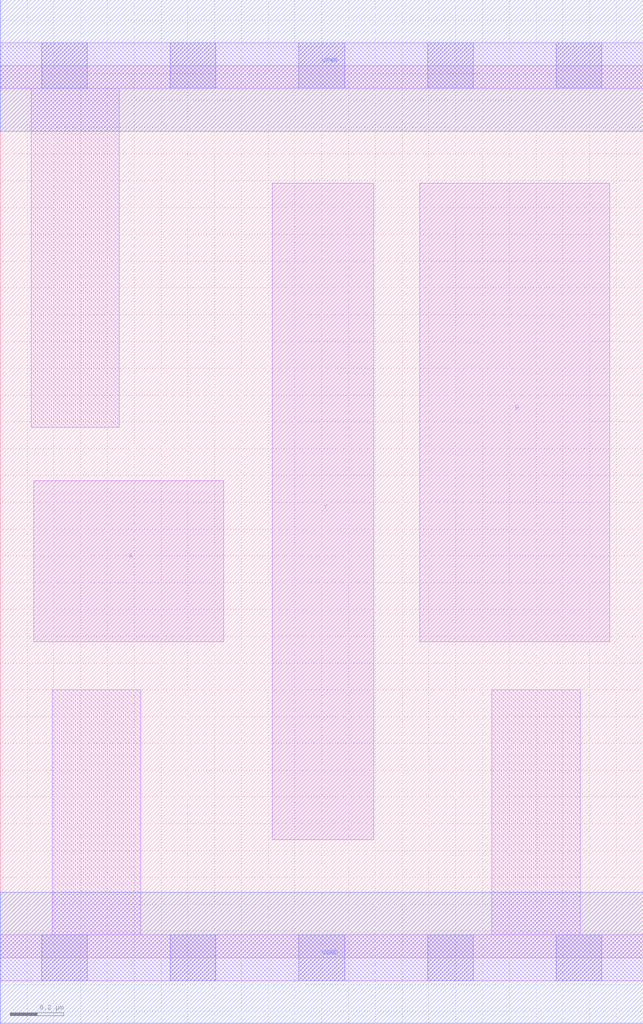
<source format=lef>
# Copyright 2020 The SkyWater PDK Authors
#
# Licensed under the Apache License, Version 2.0 (the "License");
# you may not use this file except in compliance with the License.
# You may obtain a copy of the License at
#
#     https://www.apache.org/licenses/LICENSE-2.0
#
# Unless required by applicable law or agreed to in writing, software
# distributed under the License is distributed on an "AS IS" BASIS,
# WITHOUT WARRANTIES OR CONDITIONS OF ANY KIND, either express or implied.
# See the License for the specific language governing permissions and
# limitations under the License.
#
# SPDX-License-Identifier: Apache-2.0

VERSION 5.7 ;
  NAMESCASESENSITIVE ON ;
  NOWIREEXTENSIONATPIN ON ;
  DIVIDERCHAR "/" ;
  BUSBITCHARS "[]" ;
UNITS
  DATABASE MICRONS 200 ;
END UNITS
MACRO sky130_fd_sc_lp__nor2_lp2
  CLASS CORE ;
  SOURCE USER ;
  FOREIGN sky130_fd_sc_lp__nor2_lp2 ;
  ORIGIN  0.000000  0.000000 ;
  SIZE  2.400000 BY  3.330000 ;
  SYMMETRY X Y R90 ;
  SITE unit ;
  PIN A
    ANTENNAGATEAREA  0.376000 ;
    DIRECTION INPUT ;
    USE SIGNAL ;
    PORT
      LAYER li1 ;
        RECT 0.125000 1.180000 0.835000 1.780000 ;
    END
  END A
  PIN B
    ANTENNAGATEAREA  0.376000 ;
    DIRECTION INPUT ;
    USE SIGNAL ;
    PORT
      LAYER li1 ;
        RECT 1.565000 1.180000 2.275000 2.890000 ;
    END
  END B
  PIN Y
    ANTENNADIFFAREA  0.382600 ;
    DIRECTION OUTPUT ;
    USE SIGNAL ;
    PORT
      LAYER li1 ;
        RECT 1.015000 0.440000 1.395000 2.890000 ;
    END
  END Y
  PIN VGND
    DIRECTION INOUT ;
    USE GROUND ;
    PORT
      LAYER met1 ;
        RECT 0.000000 -0.245000 2.400000 0.245000 ;
    END
  END VGND
  PIN VPWR
    DIRECTION INOUT ;
    USE POWER ;
    PORT
      LAYER met1 ;
        RECT 0.000000 3.085000 2.400000 3.575000 ;
    END
  END VPWR
  OBS
    LAYER li1 ;
      RECT 0.000000 -0.085000 2.400000 0.085000 ;
      RECT 0.000000  3.245000 2.400000 3.415000 ;
      RECT 0.115000  1.980000 0.445000 3.245000 ;
      RECT 0.195000  0.085000 0.525000 1.000000 ;
      RECT 1.835000  0.085000 2.165000 1.000000 ;
    LAYER mcon ;
      RECT 0.155000 -0.085000 0.325000 0.085000 ;
      RECT 0.155000  3.245000 0.325000 3.415000 ;
      RECT 0.635000 -0.085000 0.805000 0.085000 ;
      RECT 0.635000  3.245000 0.805000 3.415000 ;
      RECT 1.115000 -0.085000 1.285000 0.085000 ;
      RECT 1.115000  3.245000 1.285000 3.415000 ;
      RECT 1.595000 -0.085000 1.765000 0.085000 ;
      RECT 1.595000  3.245000 1.765000 3.415000 ;
      RECT 2.075000 -0.085000 2.245000 0.085000 ;
      RECT 2.075000  3.245000 2.245000 3.415000 ;
  END
END sky130_fd_sc_lp__nor2_lp2

</source>
